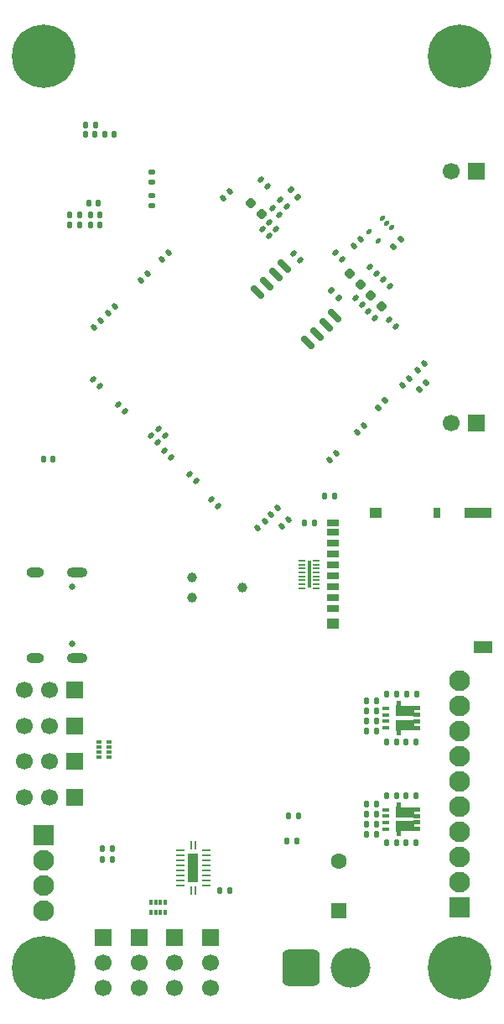
<source format=gbr>
%TF.GenerationSoftware,KiCad,Pcbnew,9.0.1*%
%TF.CreationDate,2025-05-12T23:36:45-04:00*%
%TF.ProjectId,CRVFCU,43525646-4355-42e6-9b69-6361645f7063,rev?*%
%TF.SameCoordinates,Original*%
%TF.FileFunction,Soldermask,Bot*%
%TF.FilePolarity,Negative*%
%FSLAX46Y46*%
G04 Gerber Fmt 4.6, Leading zero omitted, Abs format (unit mm)*
G04 Created by KiCad (PCBNEW 9.0.1) date 2025-05-12 23:36:45*
%MOMM*%
%LPD*%
G01*
G04 APERTURE LIST*
G04 Aperture macros list*
%AMRoundRect*
0 Rectangle with rounded corners*
0 $1 Rounding radius*
0 $2 $3 $4 $5 $6 $7 $8 $9 X,Y pos of 4 corners*
0 Add a 4 corners polygon primitive as box body*
4,1,4,$2,$3,$4,$5,$6,$7,$8,$9,$2,$3,0*
0 Add four circle primitives for the rounded corners*
1,1,$1+$1,$2,$3*
1,1,$1+$1,$4,$5*
1,1,$1+$1,$6,$7*
1,1,$1+$1,$8,$9*
0 Add four rect primitives between the rounded corners*
20,1,$1+$1,$2,$3,$4,$5,0*
20,1,$1+$1,$4,$5,$6,$7,0*
20,1,$1+$1,$6,$7,$8,$9,0*
20,1,$1+$1,$8,$9,$2,$3,0*%
%AMFreePoly0*
4,1,17,1.515000,0.170000,0.915000,0.170000,0.915000,-0.080000,1.515000,-0.080000,1.515000,-0.480000,0.915000,-0.480000,0.915000,-0.505000,-0.395000,-0.505000,-0.395000,-1.005000,-0.825000,-1.005000,-0.825000,-0.625000,-0.915000,-0.625000,-0.915000,0.505000,0.815000,0.505000,0.815000,0.570000,1.515000,0.570000,1.515000,0.170000,1.515000,0.170000,$1*%
%AMFreePoly1*
4,1,17,-0.395000,0.505000,0.915000,0.505000,0.915000,0.480000,1.515000,0.480000,1.515000,0.080000,0.915000,0.080000,0.915000,-0.170000,1.515000,-0.170000,1.515000,-0.570000,0.815000,-0.570000,0.815000,-0.505000,-0.915000,-0.505000,-0.915000,0.625000,-0.825000,0.625000,-0.825000,1.005000,-0.395000,1.005000,-0.395000,0.505000,-0.395000,0.505000,$1*%
G04 Aperture macros list end*
%ADD10RoundRect,0.140000X0.219203X0.021213X0.021213X0.219203X-0.219203X-0.021213X-0.021213X-0.219203X0*%
%ADD11R,1.000000X2.900000*%
%ADD12R,0.240000X0.900000*%
%ADD13R,0.900000X0.240000*%
%ADD14R,1.700000X1.700000*%
%ADD15C,1.700000*%
%ADD16C,6.400000*%
%ADD17RoundRect,0.760000X-1.140000X-1.140000X1.140000X-1.140000X1.140000X1.140000X-1.140000X1.140000X0*%
%ADD18C,4.000000*%
%ADD19RoundRect,0.250001X0.799999X-0.799999X0.799999X0.799999X-0.799999X0.799999X-0.799999X-0.799999X0*%
%ADD20C,2.100000*%
%ADD21RoundRect,0.250001X-0.799999X0.799999X-0.799999X-0.799999X0.799999X-0.799999X0.799999X0.799999X0*%
%ADD22R,1.600000X1.600000*%
%ADD23C,1.600000*%
%ADD24C,0.650000*%
%ADD25O,2.100000X1.000000*%
%ADD26O,1.800000X1.000000*%
%ADD27R,0.400000X0.500000*%
%ADD28R,0.300000X0.500000*%
%ADD29RoundRect,0.135000X-0.135000X-0.185000X0.135000X-0.185000X0.135000X0.185000X-0.135000X0.185000X0*%
%ADD30RoundRect,0.135000X0.135000X0.185000X-0.135000X0.185000X-0.135000X-0.185000X0.135000X-0.185000X0*%
%ADD31RoundRect,0.100000X0.088388X0.229810X-0.229810X-0.088388X-0.088388X-0.229810X0.229810X0.088388X0*%
%ADD32RoundRect,0.140000X0.021213X-0.219203X0.219203X-0.021213X-0.021213X0.219203X-0.219203X0.021213X0*%
%ADD33RoundRect,0.135000X-0.035355X0.226274X-0.226274X0.035355X0.035355X-0.226274X0.226274X-0.035355X0*%
%ADD34RoundRect,0.140000X-0.219203X-0.021213X-0.021213X-0.219203X0.219203X0.021213X0.021213X0.219203X0*%
%ADD35RoundRect,0.050000X0.262500X0.050000X-0.262500X0.050000X-0.262500X-0.050000X0.262500X-0.050000X0*%
%ADD36R,0.400000X2.800000*%
%ADD37RoundRect,0.140000X-0.021213X0.219203X-0.219203X0.021213X0.021213X-0.219203X0.219203X-0.021213X0*%
%ADD38RoundRect,0.140000X-0.140000X-0.170000X0.140000X-0.170000X0.140000X0.170000X-0.140000X0.170000X0*%
%ADD39R,0.760000X0.350000*%
%ADD40FreePoly0,0.000000*%
%ADD41FreePoly1,0.000000*%
%ADD42RoundRect,0.218750X-0.335876X-0.026517X-0.026517X-0.335876X0.335876X0.026517X0.026517X0.335876X0*%
%ADD43RoundRect,0.135000X0.226274X0.035355X0.035355X0.226274X-0.226274X-0.035355X-0.035355X-0.226274X0*%
%ADD44RoundRect,0.135000X-0.226274X-0.035355X-0.035355X-0.226274X0.226274X0.035355X0.035355X0.226274X0*%
%ADD45R,0.500000X0.400000*%
%ADD46R,0.500000X0.300000*%
%ADD47RoundRect,0.140000X-0.170000X0.140000X-0.170000X-0.140000X0.170000X-0.140000X0.170000X0.140000X0*%
%ADD48RoundRect,0.140000X0.140000X0.170000X-0.140000X0.170000X-0.140000X-0.170000X0.140000X-0.170000X0*%
%ADD49RoundRect,0.218750X0.335876X0.026517X0.026517X0.335876X-0.335876X-0.026517X-0.026517X-0.335876X0*%
%ADD50RoundRect,0.135000X-0.185000X0.135000X-0.185000X-0.135000X0.185000X-0.135000X0.185000X0.135000X0*%
%ADD51RoundRect,0.162500X0.574524X-0.344715X-0.344715X0.574524X-0.574524X0.344715X0.344715X-0.574524X0*%
%ADD52R,1.200000X0.700000*%
%ADD53R,0.800000X1.000000*%
%ADD54R,2.800000X1.000000*%
%ADD55R,1.200000X1.000000*%
%ADD56R,1.900000X1.300000*%
%ADD57C,0.990600*%
G04 APERTURE END LIST*
D10*
%TO.C,C20*%
X56160589Y-63810589D03*
X56839411Y-64489411D03*
%TD*%
D11*
%TO.C,U5*%
X59100000Y-105900000D03*
D12*
X58850000Y-103600000D03*
D13*
X57800000Y-104150000D03*
X57800000Y-104650000D03*
X57800000Y-105150000D03*
X57800000Y-105650000D03*
X57800000Y-106150000D03*
X57800000Y-106650000D03*
X57800000Y-107150000D03*
X57800000Y-107650000D03*
D12*
X58850000Y-108200000D03*
X59350000Y-108200000D03*
D13*
X60400000Y-107650000D03*
X60400000Y-107150000D03*
X60400000Y-106650000D03*
X60400000Y-106150000D03*
X60400000Y-105650000D03*
X60400000Y-105150000D03*
X60400000Y-104650000D03*
X60400000Y-104150000D03*
D12*
X59350000Y-103600000D03*
%TD*%
D14*
%TO.C,PWM7*%
X60799999Y-112900000D03*
D15*
X60799999Y-115440000D03*
X60799999Y-117980000D03*
%TD*%
D16*
%TO.C,H2*%
X86000000Y-24000000D03*
%TD*%
D17*
%TO.C,BATT1*%
X70000000Y-116000000D03*
D18*
X75000000Y-116000000D03*
%TD*%
D19*
%TO.C,PYRO_TERM1*%
X86000000Y-109860000D03*
D20*
X86000000Y-107320000D03*
X86000000Y-104780000D03*
X86000000Y-102240000D03*
X86000000Y-99700000D03*
X86000000Y-97160000D03*
X86000000Y-94620000D03*
X86000000Y-92080000D03*
X86000000Y-89540000D03*
X86000000Y-87000000D03*
%TD*%
D14*
%TO.C,PWM2*%
X47140000Y-95200000D03*
D15*
X44600000Y-95200000D03*
X42060000Y-95200000D03*
%TD*%
D14*
%TO.C,PWM4*%
X50000000Y-112900000D03*
D15*
X50000000Y-115440000D03*
X50000000Y-117980000D03*
%TD*%
D14*
%TO.C,PWM6*%
X57200000Y-112900000D03*
D15*
X57200000Y-115440000D03*
X57200000Y-117980000D03*
%TD*%
D16*
%TO.C,H4*%
X86000000Y-116000000D03*
%TD*%
D14*
%TO.C,PWM5*%
X53600001Y-112900000D03*
D15*
X53600001Y-115440000D03*
X53600001Y-117980000D03*
%TD*%
D14*
%TO.C,J5*%
X87650000Y-61000000D03*
D15*
X85110000Y-61000000D03*
%TD*%
D14*
%TO.C,PWM3*%
X47140000Y-98800000D03*
D15*
X44600000Y-98800000D03*
X42060000Y-98800000D03*
%TD*%
D14*
%TO.C,J2*%
X87650000Y-35600000D03*
D15*
X85110000Y-35600000D03*
%TD*%
D14*
%TO.C,PWM0*%
X47140000Y-88000001D03*
D15*
X44600000Y-88000001D03*
X42060000Y-88000001D03*
%TD*%
D14*
%TO.C,PWM1*%
X47140000Y-91600000D03*
D15*
X44600000Y-91600000D03*
X42060000Y-91600000D03*
%TD*%
D21*
%TO.C,ARM1*%
X44000000Y-102580000D03*
D20*
X44000000Y-105120000D03*
X44000000Y-107660000D03*
X44000000Y-110200000D03*
%TD*%
D16*
%TO.C,H1*%
X44000000Y-116000000D03*
%TD*%
D22*
%TO.C,C1*%
X73820000Y-110272651D03*
D23*
X73820000Y-105272651D03*
%TD*%
D16*
%TO.C,H3*%
X44000000Y-24000000D03*
%TD*%
D24*
%TO.C,J3*%
X46855000Y-77510000D03*
X46855000Y-83290000D03*
D25*
X47355000Y-76080000D03*
D26*
X43175000Y-76080000D03*
D25*
X47355000Y-84720000D03*
D26*
X43175000Y-84720000D03*
%TD*%
D10*
%TO.C,C28*%
X66600000Y-37200000D03*
X65921178Y-36521178D03*
%TD*%
D27*
%TO.C,R39*%
X56300000Y-110400000D03*
D28*
X55800000Y-110400000D03*
X55300000Y-110400000D03*
D27*
X54800000Y-110400000D03*
X54800000Y-109400000D03*
D28*
X55300000Y-109400000D03*
X55800000Y-109400000D03*
D27*
X56300000Y-109400000D03*
%TD*%
D29*
%TO.C,R28*%
X76590000Y-90100000D03*
X77610000Y-90100000D03*
%TD*%
%TO.C,R19*%
X76599999Y-102510000D03*
X77619999Y-102510000D03*
%TD*%
D30*
%TO.C,R44*%
X50910000Y-105100000D03*
X49890000Y-105100000D03*
%TD*%
D31*
%TO.C,U17*%
X78180761Y-40390761D03*
X78640380Y-40850381D03*
X79100000Y-41310000D03*
X77756497Y-42653503D03*
X76837258Y-41734264D03*
%TD*%
D32*
%TO.C,C24*%
X50500001Y-49950000D03*
X51178823Y-49271178D03*
%TD*%
D33*
%TO.C,R5*%
X82610871Y-56968061D03*
X81889623Y-57689309D03*
%TD*%
D34*
%TO.C,C18*%
X67900000Y-38550000D03*
X68578822Y-39228822D03*
%TD*%
D30*
%TO.C,R25*%
X77619999Y-101510000D03*
X76599999Y-101510000D03*
%TD*%
D33*
%TO.C,R6*%
X78460624Y-58789376D03*
X77739376Y-59510624D03*
%TD*%
D29*
%TO.C,R20*%
X48190000Y-30950000D03*
X49210000Y-30950000D03*
%TD*%
D30*
%TO.C,R30*%
X81629999Y-88400000D03*
X80609999Y-88400000D03*
%TD*%
D29*
%TO.C,R32*%
X76590000Y-92100000D03*
X77610000Y-92100000D03*
%TD*%
D35*
%TO.C,U11*%
X71527500Y-74910000D03*
X71527500Y-75310000D03*
X71527500Y-75710000D03*
X71527500Y-76110000D03*
X71527500Y-76510000D03*
X71527500Y-76910000D03*
X71527500Y-77310000D03*
X71527500Y-77710000D03*
X70102500Y-77710000D03*
X70102500Y-77310000D03*
X70102500Y-76910000D03*
X70102500Y-76510000D03*
X70102500Y-76110000D03*
X70102500Y-75710000D03*
X70102500Y-75310000D03*
X70102500Y-74910000D03*
D36*
X70815000Y-76310000D03*
%TD*%
D37*
%TO.C,C33*%
X73578822Y-64071178D03*
X72900000Y-64750000D03*
%TD*%
D29*
%TO.C,R46*%
X72380002Y-68400000D03*
X73400000Y-68400000D03*
%TD*%
%TO.C,R37*%
X68540000Y-103200000D03*
X69560000Y-103200000D03*
%TD*%
D34*
%TO.C,C22*%
X48960589Y-56610589D03*
X49639411Y-57289411D03*
%TD*%
D30*
%TO.C,R14*%
X81610000Y-98610000D03*
X80590000Y-98610000D03*
%TD*%
D38*
%TO.C,C45*%
X48710000Y-41050000D03*
X49670000Y-41050000D03*
%TD*%
D39*
%TO.C,U8*%
X78535000Y-101980000D03*
X78535000Y-101330000D03*
X78535000Y-100680000D03*
X78535000Y-100030000D03*
D40*
X80500000Y-101700000D03*
D41*
X80500000Y-100310000D03*
%TD*%
D29*
%TO.C,R27*%
X78590000Y-103410000D03*
X79610000Y-103410000D03*
%TD*%
D34*
%TO.C,C17*%
X67100000Y-39350000D03*
X67778822Y-40028822D03*
%TD*%
%TO.C,C16*%
X55560589Y-61610589D03*
X56239411Y-62289411D03*
%TD*%
D29*
%TO.C,R11*%
X76590000Y-100510000D03*
X77610000Y-100510000D03*
%TD*%
D30*
%TO.C,R29*%
X77610000Y-89100000D03*
X76590000Y-89100000D03*
%TD*%
D34*
%TO.C,C21*%
X51500000Y-59150001D03*
X52178822Y-59828823D03*
%TD*%
D32*
%TO.C,C27*%
X62100000Y-38350000D03*
X62778822Y-37671178D03*
%TD*%
D30*
%TO.C,R10*%
X62810000Y-108200000D03*
X61790000Y-108200000D03*
%TD*%
D32*
%TO.C,C25*%
X53821179Y-46628822D03*
X54500001Y-45950000D03*
%TD*%
D34*
%TO.C,C55*%
X66770589Y-40830589D03*
X67449411Y-41509411D03*
%TD*%
D32*
%TO.C,C36*%
X66960589Y-70289411D03*
X67639411Y-69610589D03*
%TD*%
D10*
%TO.C,C11*%
X77610929Y-45935771D03*
X76932107Y-45256949D03*
%TD*%
D30*
%TO.C,R34*%
X81610000Y-93200000D03*
X80590000Y-93200000D03*
%TD*%
D42*
%TO.C,L2*%
X74854081Y-45978923D03*
X75967775Y-47092617D03*
%TD*%
D32*
%TO.C,C34*%
X81760590Y-55689411D03*
X82439412Y-55010589D03*
%TD*%
D43*
%TO.C,R23*%
X73771552Y-48396395D03*
X73050304Y-47675147D03*
%TD*%
D38*
%TO.C,C48*%
X48220000Y-31950000D03*
X49180000Y-31950000D03*
%TD*%
D30*
%TO.C,R43*%
X50900001Y-104000000D03*
X49880001Y-104000000D03*
%TD*%
D34*
%TO.C,C19*%
X75471517Y-48396360D03*
X76150339Y-49075182D03*
%TD*%
D44*
%TO.C,R4*%
X68928999Y-37528685D03*
X69650247Y-38249933D03*
%TD*%
D45*
%TO.C,R38*%
X49600000Y-94700000D03*
D46*
X49600000Y-94200000D03*
X49600000Y-93700000D03*
D45*
X49600000Y-93200000D03*
X50600000Y-93200000D03*
D46*
X50600000Y-93700000D03*
X50600000Y-94200000D03*
D45*
X50600000Y-94700000D03*
%TD*%
D34*
%TO.C,C29*%
X73421178Y-43871177D03*
X74100000Y-44549999D03*
%TD*%
D47*
%TO.C,C46*%
X54925000Y-35765000D03*
X54925000Y-36725000D03*
%TD*%
D37*
%TO.C,C53*%
X75969411Y-42520589D03*
X75290589Y-43199411D03*
%TD*%
D32*
%TO.C,C23*%
X49100001Y-51350000D03*
X49778823Y-50671178D03*
%TD*%
D34*
%TO.C,C32*%
X60900000Y-68750000D03*
X61578822Y-69428822D03*
%TD*%
D33*
%TO.C,R42*%
X80046248Y-42503752D03*
X79325000Y-43225000D03*
%TD*%
D48*
%TO.C,C47*%
X51100000Y-31950000D03*
X50140000Y-31950000D03*
%TD*%
D38*
%TO.C,C44*%
X48550000Y-38850000D03*
X49510000Y-38850000D03*
%TD*%
D29*
%TO.C,R31*%
X78580000Y-88400000D03*
X79600000Y-88400000D03*
%TD*%
D34*
%TO.C,C31*%
X76760589Y-49810589D03*
X77439411Y-50489411D03*
%TD*%
D32*
%TO.C,C35*%
X68021178Y-71428822D03*
X68700000Y-70750000D03*
%TD*%
D39*
%TO.C,U16*%
X78535000Y-91770000D03*
X78535000Y-91120000D03*
X78535000Y-90470000D03*
X78535000Y-89820000D03*
D40*
X80500000Y-91490000D03*
D41*
X80500000Y-90100000D03*
%TD*%
D29*
%TO.C,R35*%
X78590000Y-93200000D03*
X79610000Y-93200000D03*
%TD*%
%TO.C,R22*%
X46620000Y-40050000D03*
X47640000Y-40050000D03*
%TD*%
D30*
%TO.C,R33*%
X77610000Y-91116000D03*
X76590000Y-91116000D03*
%TD*%
D10*
%TO.C,C12*%
X78950340Y-47275182D03*
X78271518Y-46596360D03*
%TD*%
D34*
%TO.C,C15*%
X54821178Y-62331767D03*
X55500000Y-63010589D03*
%TD*%
D32*
%TO.C,C26*%
X55960589Y-44489411D03*
X56639411Y-43810589D03*
%TD*%
D34*
%TO.C,C54*%
X66110589Y-41470589D03*
X66789411Y-42149411D03*
%TD*%
D49*
%TO.C,L3*%
X78124623Y-49249465D03*
X77010929Y-48135771D03*
%TD*%
D29*
%TO.C,R16*%
X78590000Y-98610000D03*
X79610000Y-98610000D03*
%TD*%
%TO.C,R36*%
X68680000Y-100700000D03*
X69700000Y-100700000D03*
%TD*%
D42*
%TO.C,L1*%
X64866306Y-38876306D03*
X65980000Y-39990000D03*
%TD*%
D48*
%TO.C,C42*%
X47610000Y-41050000D03*
X46650000Y-41050000D03*
%TD*%
D50*
%TO.C,R21*%
X54925000Y-38115000D03*
X54925000Y-39135000D03*
%TD*%
D10*
%TO.C,C10*%
X59439412Y-66889411D03*
X58760590Y-66210589D03*
%TD*%
D30*
%TO.C,R26*%
X81610000Y-103410000D03*
X80590000Y-103410000D03*
%TD*%
D32*
%TO.C,C13*%
X80221178Y-57228822D03*
X80900000Y-56550000D03*
%TD*%
D38*
%TO.C,C40*%
X44000000Y-64700000D03*
X44960000Y-64700000D03*
%TD*%
D37*
%TO.C,C39*%
X76339411Y-61310589D03*
X75660589Y-61989411D03*
%TD*%
D34*
%TO.C,C30*%
X78900000Y-50600000D03*
X79578822Y-51278822D03*
%TD*%
D37*
%TO.C,C14*%
X66300000Y-70950000D03*
X65621178Y-71628822D03*
%TD*%
D10*
%TO.C,C51*%
X69889750Y-44614593D03*
X69210928Y-43935771D03*
%TD*%
D29*
%TO.C,R24*%
X70305000Y-71125000D03*
X71325000Y-71125000D03*
%TD*%
D30*
%TO.C,R12*%
X77619999Y-99510000D03*
X76599999Y-99510000D03*
%TD*%
D38*
%TO.C,C43*%
X48710000Y-40050000D03*
X49670000Y-40050000D03*
%TD*%
D51*
%TO.C,U10*%
X73383784Y-50239707D03*
X72485758Y-51137733D03*
X71587733Y-52035758D03*
X70689707Y-52933784D03*
X65616216Y-47860293D03*
X66514242Y-46962267D03*
X67412267Y-46064242D03*
X68310293Y-45166216D03*
%TD*%
D52*
%TO.C,J4*%
X73225000Y-79725000D03*
X73225000Y-78625000D03*
X73225000Y-77525000D03*
X73225000Y-76425000D03*
X73225000Y-75325000D03*
X73225000Y-74225000D03*
X73225000Y-73125000D03*
X73225000Y-72025000D03*
X73225000Y-71075000D03*
D53*
X83725000Y-70125000D03*
D54*
X87875000Y-70125000D03*
D55*
X77525000Y-70125000D03*
X73225000Y-81275000D03*
D56*
X88325000Y-83625000D03*
%TD*%
D57*
%TO.C,J1*%
X59010000Y-76619000D03*
X59010000Y-78651000D03*
X64090000Y-77635000D03*
%TD*%
M02*

</source>
